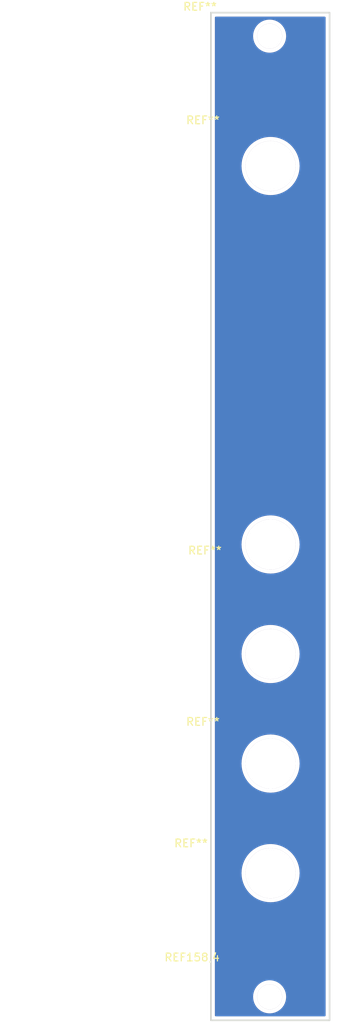
<source format=kicad_pcb>
(kicad_pcb (version 20211014) (generator pcbnew)
  (layers (0 "F.Cu" signal) (31 "B.Cu" signal) (34 "B.Paste" user) (35 "F.Paste" user) (36 "B.SilkS" user "B.Silkscreen") (37 "F.SilkS" user "F.Silkscreen") (38 "B.Mask" user) (39 "F.Mask" user) (44 "Edge.Cuts" user))
  (net 0 "")
  (footprint "" (layer "F.Cu") (at -14.24 117.586 90)
    (fp_text reference "" (at 6.858 20.32 90) (layer "F.SilkS") (effects (font (size 1.27 1.27))))
    (fp_text value "" (at 6.858 20.32 90) (layer "F.SilkS") (effects (font (size 1.27 1.27))))
    (pad "" thru_hole circle (at 20.828 22.86 90) (size 6.4 6.4) (drill 6.4) (layers *.Cu *.Mask))
  )
  (footprint "MountingHole:MountingHole_6.4mm_M6_ISO14580" (layer "F.Cu") (at 8.62 96.758)
    (fp_text reference "REF**" (at -8.636 -5.334) (layer "F.SilkS"))
    (fp_text value "MountingHole_6.4mm_M6_ISO14580")
    (pad "" thru_hole circle (at 0 0) (size 6.4 6.4) (drill 6.4) (layers *.Cu *.Mask))
  )
  (footprint "MountingHole:MountingHole_6.4mm_M6_ISO14580" (layer "F.Cu") (at 8.62 110.728)
    (fp_text reference "REF**" (at -10.16 -3.81) (layer "F.SilkS"))
    (fp_text value "MountingHole_6.4mm_M6_ISO14580")
    (pad "" thru_hole circle (at 0 0) (size 6.4 6.4) (drill 6.4) (layers *.Cu *.Mask))
  )
  (footprint "MountingHole:MountingHole_3.2mm_M3" (layer "F.Cu") (at 8.5 126.5)
    (fp_text reference "REF158,4" (at -9.906 -5.032) (layer "F.SilkS"))
    (fp_text value "MountingHole_3.2mm_M3")
    (pad "" thru_hole circle (at 0 0) (size 3.2 3.2) (drill 3.2) (layers *.Cu *.Mask))
  )
  (footprint "MountingHole:MountingHole_3.2mm_M3" (layer "F.Cu") (at 8.5 4)
    (fp_text reference "REF**" (at -8.89 -3.762) (layer "F.SilkS"))
    (fp_text value "MountingHole_3.2mm_M3")
    (pad "" thru_hole circle (at 0 0) (size 3.2 3.2) (drill 3.2) (layers *.Cu *.Mask))
  )
  (footprint "MountingHole:MountingHole_6.4mm_M6_ISO14580" (layer "F.Cu") (at 8.62 68.818)
    (fp_text reference "REF**" (at -8.382 0.762) (layer "F.SilkS"))
    (fp_text value "MountingHole_6.4mm_M6_ISO14580")
    (pad "" thru_hole circle (at 0 0) (size 6.4 6.4) (drill 6.4) (layers *.Cu *.Mask))
  )
  (footprint "" (layer "F.Cu") (at -14.24 90.154)
    (fp_text reference "" (at 20.32 -6.858) (layer "F.SilkS") (effects (font (size 1.27 1.27))))
    (fp_text value "" (at 20.32 -6.858) (layer "F.SilkS") (effects (font (size 1.27 1.27))))
    (pad "" thru_hole circle (at 22.86 -7.366) (size 6.4 6.4) (drill 6.4) (layers *.Cu *.Mask))
  )
  (footprint "MountingHole:MountingHole_6.4mm_M6_ISO14580" (layer "F.Cu") (at 8.62 20.558)
    (fp_text reference "REF**" (at -8.636 -5.842) (layer "F.SilkS"))
    (fp_text value "MountingHole_6.4mm_M6_ISO14580")
    (pad "" thru_hole circle (at 0 0) (size 6.4 6.4) (drill 6.4) (layers *.Cu *.Mask))
  )
  (gr_line (start 10.0932 61.3504) (end 11.287 60.4106) (layer "F.Cu") (width 0.2))
  (gr_line (start 8.239 50.911) (end 10.0932 51.1904) (layer "F.Cu") (width 0.2))
  (gr_line (start 5.4704 41.3098) (end 11.1854 41.7416) (layer "F.Cu") (width 0.2))
  (gr_line (start 8.747 35.2646) (end 8.2644 34.4772) (layer "F.Cu") (width 0.2))
  (gr_line (start 8.747 55.5846) (end 8.2644 54.7972) (layer "F.Cu") (width 0.2))
  (gr_line (start 6.5118 47.3804) (end 6.7912 48.7266) (layer "F.Cu") (width 0.2))
  (gr_line (start 10.2456 38.9984) (end 6.9944 40.2176) (layer "F.Cu") (width 0.2))
  (gr_line (start 8.2644 54.7972) (end 6.3848 54.7972) (layer "F.Cu") (width 0.2))
  (gr_line (start 11.795 49.8696) (end 11.0838 49.0314) (layer "F.Cu") (width 0.2))
  (gr_line (start 6.9944 50.3776) (end 7.2738 48.8536) (layer "F.Cu") (width 0.2))
  (gr_line (start 6.3848 44.6372) (end 5.826 46.5422) (layer "F.Cu") (width 0.2))
  (gr_line (start 7.858 55.5084) (end 7.3754 56.0672) (layer "F.Cu") (width 0.2))
  (gr_line (start 5.4704 51.4698) (end 11.1854 51.9016) (layer "F.Cu") (width 0.2))
  (gr_line (start 11.0838 59.1914) (end 10.2456 59.3184) (layer "F.Cu") (width 0.2))
  (gr_line (start 11.795 39.7096) (end 11.0838 38.8714) (layer "F.Cu") (width 0.2))
  (gr_line (start 8.493 36.5092) (end 8.3914 35.9504) (layer "F.Cu") (width 0.2))
  (gr_line (start 7.2738 38.6936) (end 7.0198 36.5346) (layer "F.Cu") (width 0.2))
  (gr_line (start 7.0198 36.5346) (end 8.493 36.5092) (layer "F.Cu") (width 0.2))
  (gr_line (start 5.826 56.7022) (end 5.4704 61.6298) (layer "F.Cu") (width 0.2))
  (gr_line (start 10.0932 51.1904) (end 11.287 50.2506) (layer "F.Cu") (width 0.2))
  (gr_line (start 11.8712 51.038) (end 11.795 49.8696) (layer "F.Cu") (width 0.2))
  (gr_line (start 10.0932 41.0304) (end 11.287 40.0906) (layer "F.Cu") (width 0.2))
  (gr_line (start 11.1854 41.7416) (end 11.8712 40.878) (layer "F.Cu") (width 0.2))
  (gr_line (start 8.2644 34.4772) (end 6.3848 34.4772) (layer "F.Cu") (width 0.2))
  (gr_line (start 6.3848 34.4772) (end 5.826 36.3822) (layer "F.Cu") (width 0.2))
  (gr_line (start 11.0838 38.8714) (end 10.2456 38.9984) (layer "F.Cu") (width 0.2))
  (gr_line (start 5.826 46.5422) (end 5.4704 51.4698) (layer "F.Cu") (width 0.2))
  (gr_line (start 7.3754 45.9072) (end 8.0104 46.3644) (layer "F.Cu") (width 0.2))
  (gr_line (start 6.5118 57.5404) (end 6.7912 58.8866) (layer "F.Cu") (width 0.2))
  (gr_line (start 8.239 40.751) (end 10.0932 41.0304) (layer "F.Cu") (width 0.2))
  (gr_line (start 11.0838 49.0314) (end 10.2456 49.1584) (layer "F.Cu") (width 0.2))
  (gr_line (start 8.493 56.8292) (end 8.3914 56.2704) (layer "F.Cu") (width 0.2))
  (gr_line (start 11.795 60.0296) (end 11.0838 59.1914) (layer "F.Cu") (width 0.2))
  (gr_line (start 7.858 35.1884) (end 7.3754 35.7472) (layer "F.Cu") (width 0.2))
  (gr_line (start 6.9944 60.5376) (end 7.2738 59.0136) (layer "F.Cu") (width 0.2))
  (gr_line (start 11.8712 40.878) (end 11.795 39.7096) (layer "F.Cu") (width 0.2))
  (gr_line (start 11.8712 61.198) (end 11.795 60.0296) (layer "F.Cu") (width 0.2))
  (gr_line (start 6.5118 37.2204) (end 6.7912 38.5666) (layer "F.Cu") (width 0.2))
  (gr_line (start 8.0104 36.2044) (end 8.747 35.2646) (layer "F.Cu") (width 0.2))
  (gr_line (start 7.0198 46.6946) (end 8.493 46.6692) (layer "F.Cu") (width 0.2))
  (gr_line (start 8.0104 56.5244) (end 8.747 55.5846) (layer "F.Cu") (width 0.2))
  (gr_line (start 8.747 45.4246) (end 8.2644 44.6372) (layer "F.Cu") (width 0.2))
  (gr_line (start 7.2738 59.0136) (end 7.0198 56.8546) (layer "F.Cu") (width 0.2))
  (gr_line (start 8.239 61.071) (end 10.0932 61.3504) (layer "F.Cu") (width 0.2))
  (gr_line (start 7.3754 35.7472) (end 8.0104 36.2044) (layer "F.Cu") (width 0.2))
  (gr_line (start 7.2738 48.8536) (end 7.0198 46.6946) (layer "F.Cu") (width 0.2))
  (gr_line (start 7.0198 56.8546) (end 8.493 56.8292) (layer "F.Cu") (width 0.2))
  (gr_line (start 10.2456 49.1584) (end 6.9944 50.3776) (layer "F.Cu") (width 0.2))
  (gr_line (start 8.2644 44.6372) (end 6.3848 44.6372) (layer "F.Cu") (width 0.2))
  (gr_line (start 11.1854 51.9016) (end 11.8712 51.038) (layer "F.Cu") (width 0.2))
  (gr_line (start 5.4704 61.6298) (end 11.1854 62.0616) (layer "F.Cu") (width 0.2))
  (gr_line (start 10.2456 59.3184) (end 6.9944 60.5376) (layer "F.Cu") (width 0.2))
  (gr_line (start 11.1854 62.0616) (end 11.8712 61.198) (layer "F.Cu") (width 0.2))
  (gr_line (start 8.493 46.6692) (end 8.3914 46.1104) (layer "F.Cu") (width 0.2))
  (gr_line (start 7.858 45.3484) (end 7.3754 45.9072) (layer "F.Cu") (width 0.2))
  (gr_line (start 7.3754 56.0672) (end 8.0104 56.5244) (layer "F.Cu") (width 0.2))
  (gr_line (start 5.826 36.3822) (end 5.4704 41.3098) (layer "F.Cu") (width 0.2))
  (gr_line (start 6.3848 54.7972) (end 5.826 56.7022) (layer "F.Cu") (width 0.2))
  (gr_line (start 8.0104 46.3644) (end 8.747 45.4246) (layer "F.Cu") (width 0.2))
  (gr_line (start 6.9944 40.2176) (end 7.2738 38.6936) (layer "F.Cu") (width 0.2))
  (gr_rect (start 1 1) (end 16.16 129.5) (layer "Edge.Cuts") (width 0.2) (fill none))
  (gr_text "IN\n" (at 8.62 12.938) (layer "F.Cu") (effects (font (size 1.5 1.5) (thickness 0.3))))
  (gr_text "OUT" (at 8.62 117.713) (layer "F.Cu") (effects (font (size 1.5 1.5) (thickness 0.3))))
  (gr_text "BUFF\nMULT II" (at 8.62 29.448) (layer "F.Cu") (effects (font (size 1.5 1.5) (thickness 0.3))))
  (gr_text "OUT" (at 8.62 75.803) (layer "F.Cu") (effects (font (size 1.5 1.5) (thickness 0.3))))
  (gr_text "OUT" (at 8.62 89.773) (layer "F.Cu") (effects (font (size 1.5 1.5) (thickness 0.3))))
  (gr_text "OUT" (at 8.62 103.743) (layer "F.Cu") (effects (font (size 1.5 1.5) (thickness 0.3))))
  (gr_text "IK :D\n" (at 8.62 122.158) (layer "F.Cu") (effects (font (size 1.5 1.5) (thickness 0.3))))
  (zone (net 0) (net_name "") (layers F&B.Cu) (connect_pads (clearance 0.508)) (min_thickness 0.254) (fill yes (thermal_gap 0.508) (thermal_bridge_width 0.508))
    (polygon (pts (xy 17.383 129.702) (xy 1 129.702) (xy 1 0.619) (xy 17.383 0.619)))
  )
)
</source>
